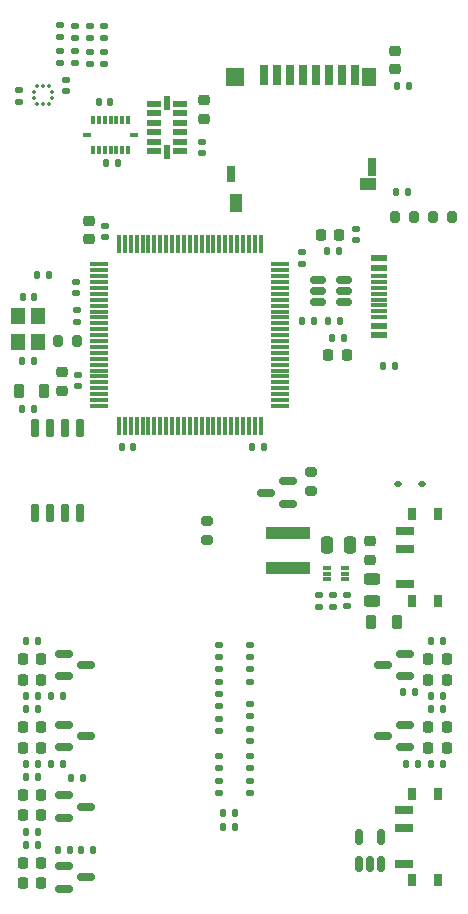
<source format=gtp>
%TF.GenerationSoftware,KiCad,Pcbnew,7.0.2-0*%
%TF.CreationDate,2023-11-28T17:04:35-06:00*%
%TF.ProjectId,Flight Computer,466c6967-6874-4204-936f-6d7075746572,1.1*%
%TF.SameCoordinates,Original*%
%TF.FileFunction,Paste,Top*%
%TF.FilePolarity,Positive*%
%FSLAX46Y46*%
G04 Gerber Fmt 4.6, Leading zero omitted, Abs format (unit mm)*
G04 Created by KiCad (PCBNEW 7.0.2-0) date 2023-11-28 17:04:35*
%MOMM*%
%LPD*%
G01*
G04 APERTURE LIST*
G04 Aperture macros list*
%AMRoundRect*
0 Rectangle with rounded corners*
0 $1 Rounding radius*
0 $2 $3 $4 $5 $6 $7 $8 $9 X,Y pos of 4 corners*
0 Add a 4 corners polygon primitive as box body*
4,1,4,$2,$3,$4,$5,$6,$7,$8,$9,$2,$3,0*
0 Add four circle primitives for the rounded corners*
1,1,$1+$1,$2,$3*
1,1,$1+$1,$4,$5*
1,1,$1+$1,$6,$7*
1,1,$1+$1,$8,$9*
0 Add four rect primitives between the rounded corners*
20,1,$1+$1,$2,$3,$4,$5,0*
20,1,$1+$1,$4,$5,$6,$7,0*
20,1,$1+$1,$6,$7,$8,$9,0*
20,1,$1+$1,$8,$9,$2,$3,0*%
G04 Aperture macros list end*
%ADD10R,1.450000X0.600000*%
%ADD11R,1.450000X0.300000*%
%ADD12RoundRect,0.218750X-0.218750X-0.256250X0.218750X-0.256250X0.218750X0.256250X-0.218750X0.256250X0*%
%ADD13RoundRect,0.135000X-0.135000X-0.185000X0.135000X-0.185000X0.135000X0.185000X-0.135000X0.185000X0*%
%ADD14RoundRect,0.150000X-0.587500X-0.150000X0.587500X-0.150000X0.587500X0.150000X-0.587500X0.150000X0*%
%ADD15RoundRect,0.200000X-0.275000X0.200000X-0.275000X-0.200000X0.275000X-0.200000X0.275000X0.200000X0*%
%ADD16RoundRect,0.135000X-0.185000X0.135000X-0.185000X-0.135000X0.185000X-0.135000X0.185000X0.135000X0*%
%ADD17RoundRect,0.150000X0.587500X0.150000X-0.587500X0.150000X-0.587500X-0.150000X0.587500X-0.150000X0*%
%ADD18RoundRect,0.218750X0.218750X0.256250X-0.218750X0.256250X-0.218750X-0.256250X0.218750X-0.256250X0*%
%ADD19RoundRect,0.225000X0.250000X-0.225000X0.250000X0.225000X-0.250000X0.225000X-0.250000X-0.225000X0*%
%ADD20RoundRect,0.135000X0.185000X-0.135000X0.185000X0.135000X-0.185000X0.135000X-0.185000X-0.135000X0*%
%ADD21RoundRect,0.200000X0.200000X0.275000X-0.200000X0.275000X-0.200000X-0.275000X0.200000X-0.275000X0*%
%ADD22RoundRect,0.140000X0.140000X0.170000X-0.140000X0.170000X-0.140000X-0.170000X0.140000X-0.170000X0*%
%ADD23RoundRect,0.243750X0.456250X-0.243750X0.456250X0.243750X-0.456250X0.243750X-0.456250X-0.243750X0*%
%ADD24RoundRect,0.225000X-0.250000X0.225000X-0.250000X-0.225000X0.250000X-0.225000X0.250000X0.225000X0*%
%ADD25RoundRect,0.140000X-0.140000X-0.170000X0.140000X-0.170000X0.140000X0.170000X-0.140000X0.170000X0*%
%ADD26R,0.800000X1.000000*%
%ADD27R,1.500000X0.700000*%
%ADD28RoundRect,0.140000X0.170000X-0.140000X0.170000X0.140000X-0.170000X0.140000X-0.170000X-0.140000X0*%
%ADD29RoundRect,0.218750X0.218750X0.381250X-0.218750X0.381250X-0.218750X-0.381250X0.218750X-0.381250X0*%
%ADD30RoundRect,0.140000X-0.170000X0.140000X-0.170000X-0.140000X0.170000X-0.140000X0.170000X0.140000X0*%
%ADD31RoundRect,0.135000X0.135000X0.185000X-0.135000X0.185000X-0.135000X-0.185000X0.135000X-0.185000X0*%
%ADD32R,3.700000X1.100000*%
%ADD33RoundRect,0.112500X-0.187500X-0.112500X0.187500X-0.112500X0.187500X0.112500X-0.187500X0.112500X0*%
%ADD34RoundRect,0.075000X-0.725000X-0.075000X0.725000X-0.075000X0.725000X0.075000X-0.725000X0.075000X0*%
%ADD35RoundRect,0.075000X-0.075000X-0.725000X0.075000X-0.725000X0.075000X0.725000X-0.075000X0.725000X0*%
%ADD36RoundRect,0.150000X0.150000X-0.512500X0.150000X0.512500X-0.150000X0.512500X-0.150000X-0.512500X0*%
%ADD37RoundRect,0.150000X0.512500X0.150000X-0.512500X0.150000X-0.512500X-0.150000X0.512500X-0.150000X0*%
%ADD38R,0.700000X1.750000*%
%ADD39R,1.450000X1.000000*%
%ADD40R,1.000000X1.550000*%
%ADD41R,0.800000X1.500000*%
%ADD42R,1.300000X1.500000*%
%ADD43R,1.500000X1.500000*%
%ADD44R,0.800000X1.400000*%
%ADD45RoundRect,0.200000X0.275000X-0.200000X0.275000X0.200000X-0.275000X0.200000X-0.275000X-0.200000X0*%
%ADD46RoundRect,0.200000X-0.200000X-0.275000X0.200000X-0.275000X0.200000X0.275000X-0.200000X0.275000X0*%
%ADD47R,1.200000X1.400000*%
%ADD48RoundRect,0.012500X0.112500X-0.325000X0.112500X0.325000X-0.112500X0.325000X-0.112500X-0.325000X0*%
%ADD49RoundRect,0.012500X0.325000X-0.112500X0.325000X0.112500X-0.325000X0.112500X-0.325000X-0.112500X0*%
%ADD50RoundRect,0.250000X-0.250000X-0.475000X0.250000X-0.475000X0.250000X0.475000X-0.250000X0.475000X0*%
%ADD51RoundRect,0.012500X0.125000X-0.112500X0.125000X0.112500X-0.125000X0.112500X-0.125000X-0.112500X0*%
%ADD52RoundRect,0.012500X0.112500X-0.125000X0.112500X0.125000X-0.112500X0.125000X-0.112500X-0.125000X0*%
%ADD53RoundRect,0.027500X0.545000X0.247500X-0.545000X0.247500X-0.545000X-0.247500X0.545000X-0.247500X0*%
%ADD54RoundRect,0.027500X0.247500X0.545000X-0.247500X0.545000X-0.247500X-0.545000X0.247500X-0.545000X0*%
%ADD55RoundRect,0.150000X0.150000X-0.650000X0.150000X0.650000X-0.150000X0.650000X-0.150000X-0.650000X0*%
%ADD56R,0.700000X0.340000*%
G04 APERTURE END LIST*
D10*
%TO.C,J7*%
X115720000Y-45572500D03*
X115720000Y-44772500D03*
D11*
X115720000Y-43572500D03*
X115720000Y-42572500D03*
X115720000Y-42072500D03*
X115720000Y-41072500D03*
D10*
X115720000Y-39872500D03*
X115720000Y-39072500D03*
X115720000Y-39072500D03*
X115720000Y-39872500D03*
D11*
X115720000Y-40572500D03*
X115720000Y-41572500D03*
X115720000Y-43072500D03*
X115720000Y-44072500D03*
D10*
X115720000Y-44772500D03*
X115720000Y-45572500D03*
%TD*%
D12*
%TO.C,D12*%
X85552500Y-73000000D03*
X87127500Y-73000000D03*
%TD*%
D13*
%TO.C,R3*%
X86750000Y-40490000D03*
X87770000Y-40490000D03*
%TD*%
D12*
%TO.C,D8*%
X85552500Y-80500000D03*
X87127500Y-80500000D03*
%TD*%
D14*
%TO.C,Q2*%
X89062500Y-90550000D03*
X89062500Y-92450000D03*
X90937500Y-91500000D03*
%TD*%
D15*
%TO.C,R18*%
X109950000Y-57135000D03*
X109950000Y-58785000D03*
%TD*%
D16*
%TO.C,R14*%
X104800000Y-78890000D03*
X104800000Y-79910000D03*
%TD*%
D17*
%TO.C,Q1*%
X108037500Y-59860000D03*
X108037500Y-57960000D03*
X106162500Y-58910000D03*
%TD*%
D12*
%TO.C,D9*%
X85552500Y-90250000D03*
X87127500Y-90250000D03*
%TD*%
D18*
%TO.C,D2*%
X112347500Y-37080000D03*
X110772500Y-37080000D03*
%TD*%
D16*
%TO.C,R13*%
X104800000Y-76790000D03*
X104800000Y-77810000D03*
%TD*%
D19*
%TO.C,C26*%
X114940000Y-64595000D03*
X114940000Y-63045000D03*
%TD*%
D20*
%TO.C,R9*%
X102200000Y-79110000D03*
X102200000Y-78090000D03*
%TD*%
D13*
%TO.C,R19*%
X116090000Y-48182500D03*
X117110000Y-48182500D03*
%TD*%
D12*
%TO.C,D10*%
X85552500Y-84500000D03*
X87127500Y-84500000D03*
%TD*%
D21*
%TO.C,R2*%
X90175000Y-46107500D03*
X88525000Y-46107500D03*
%TD*%
D13*
%TO.C,R59*%
X120150000Y-71500000D03*
X121170000Y-71500000D03*
%TD*%
D22*
%TO.C,C10*%
X86480000Y-47782500D03*
X85520000Y-47782500D03*
%TD*%
D23*
%TO.C,F2*%
X115090000Y-68077500D03*
X115090000Y-66202500D03*
%TD*%
D24*
%TO.C,C1*%
X100910000Y-25715000D03*
X100910000Y-27265000D03*
%TD*%
D25*
%TO.C,C8*%
X92020000Y-25870000D03*
X92980000Y-25870000D03*
%TD*%
D22*
%TO.C,C15*%
X94930000Y-55070000D03*
X93970000Y-55070000D03*
%TD*%
D13*
%TO.C,R47*%
X85830000Y-88750000D03*
X86850000Y-88750000D03*
%TD*%
D16*
%TO.C,R15*%
X102200000Y-71790000D03*
X102200000Y-72810000D03*
%TD*%
D20*
%TO.C,R35*%
X104800000Y-82210000D03*
X104800000Y-81190000D03*
%TD*%
%TO.C,R1*%
X111810000Y-68570000D03*
X111810000Y-67550000D03*
%TD*%
D26*
%TO.C,SW1*%
X118530000Y-68050000D03*
X120740000Y-68050000D03*
X118530000Y-60750000D03*
X120740000Y-60750000D03*
D27*
X117880000Y-66650000D03*
X117880000Y-63650000D03*
X117880000Y-62150000D03*
%TD*%
D18*
%TO.C,D4*%
X121447500Y-74750000D03*
X119872500Y-74750000D03*
%TD*%
D21*
%TO.C,R21*%
X118700000Y-35570000D03*
X117050000Y-35570000D03*
%TD*%
D20*
%TO.C,R53*%
X91250000Y-20390000D03*
X91250000Y-19370000D03*
%TD*%
D28*
%TO.C,C25*%
X113800000Y-37560000D03*
X113800000Y-36600000D03*
%TD*%
D29*
%TO.C,FB1*%
X87362500Y-50332500D03*
X85237500Y-50332500D03*
%TD*%
D28*
%TO.C,C16*%
X90200000Y-49887500D03*
X90200000Y-48927500D03*
%TD*%
D13*
%TO.C,R37*%
X120150000Y-76150000D03*
X121170000Y-76150000D03*
%TD*%
D30*
%TO.C,C3*%
X89230000Y-23990000D03*
X89230000Y-24950000D03*
%TD*%
D31*
%TO.C,R46*%
X110180000Y-44350000D03*
X109160000Y-44350000D03*
%TD*%
D16*
%TO.C,R5*%
X110610000Y-67550000D03*
X110610000Y-68570000D03*
%TD*%
D31*
%TO.C,R17*%
X112720000Y-45850000D03*
X111700000Y-45850000D03*
%TD*%
D32*
%TO.C,L3*%
X108050000Y-65340000D03*
X108050000Y-62340000D03*
%TD*%
D13*
%TO.C,R58*%
X85830000Y-71500000D03*
X86850000Y-71500000D03*
%TD*%
D33*
%TO.C,D15*%
X117300000Y-58150000D03*
X119400000Y-58150000D03*
%TD*%
D18*
%TO.C,D13*%
X121447500Y-73000000D03*
X119872500Y-73000000D03*
%TD*%
D34*
%TO.C,U1*%
X92025000Y-39582500D03*
X92025000Y-40082500D03*
X92025000Y-40582500D03*
X92025000Y-41082500D03*
X92025000Y-41582500D03*
X92025000Y-42082500D03*
X92025000Y-42582500D03*
X92025000Y-43082500D03*
X92025000Y-43582500D03*
X92025000Y-44082500D03*
X92025000Y-44582500D03*
X92025000Y-45082500D03*
X92025000Y-45582500D03*
X92025000Y-46082500D03*
X92025000Y-46582500D03*
X92025000Y-47082500D03*
X92025000Y-47582500D03*
X92025000Y-48082500D03*
X92025000Y-48582500D03*
X92025000Y-49082500D03*
X92025000Y-49582500D03*
X92025000Y-50082500D03*
X92025000Y-50582500D03*
X92025000Y-51082500D03*
X92025000Y-51582500D03*
D35*
X93700000Y-53257500D03*
X94200000Y-53257500D03*
X94700000Y-53257500D03*
X95200000Y-53257500D03*
X95700000Y-53257500D03*
X96200000Y-53257500D03*
X96700000Y-53257500D03*
X97200000Y-53257500D03*
X97700000Y-53257500D03*
X98200000Y-53257500D03*
X98700000Y-53257500D03*
X99200000Y-53257500D03*
X99700000Y-53257500D03*
X100200000Y-53257500D03*
X100700000Y-53257500D03*
X101200000Y-53257500D03*
X101700000Y-53257500D03*
X102200000Y-53257500D03*
X102700000Y-53257500D03*
X103200000Y-53257500D03*
X103700000Y-53257500D03*
X104200000Y-53257500D03*
X104700000Y-53257500D03*
X105200000Y-53257500D03*
X105700000Y-53257500D03*
D34*
X107375000Y-51582500D03*
X107375000Y-51082500D03*
X107375000Y-50582500D03*
X107375000Y-50082500D03*
X107375000Y-49582500D03*
X107375000Y-49082500D03*
X107375000Y-48582500D03*
X107375000Y-48082500D03*
X107375000Y-47582500D03*
X107375000Y-47082500D03*
X107375000Y-46582500D03*
X107375000Y-46082500D03*
X107375000Y-45582500D03*
X107375000Y-45082500D03*
X107375000Y-44582500D03*
X107375000Y-44082500D03*
X107375000Y-43582500D03*
X107375000Y-43082500D03*
X107375000Y-42582500D03*
X107375000Y-42082500D03*
X107375000Y-41582500D03*
X107375000Y-41082500D03*
X107375000Y-40582500D03*
X107375000Y-40082500D03*
X107375000Y-39582500D03*
D35*
X105700000Y-37907500D03*
X105200000Y-37907500D03*
X104700000Y-37907500D03*
X104200000Y-37907500D03*
X103700000Y-37907500D03*
X103200000Y-37907500D03*
X102700000Y-37907500D03*
X102200000Y-37907500D03*
X101700000Y-37907500D03*
X101200000Y-37907500D03*
X100700000Y-37907500D03*
X100200000Y-37907500D03*
X99700000Y-37907500D03*
X99200000Y-37907500D03*
X98700000Y-37907500D03*
X98200000Y-37907500D03*
X97700000Y-37907500D03*
X97200000Y-37907500D03*
X96700000Y-37907500D03*
X96200000Y-37907500D03*
X95700000Y-37907500D03*
X95200000Y-37907500D03*
X94700000Y-37907500D03*
X94200000Y-37907500D03*
X93700000Y-37907500D03*
%TD*%
D18*
%TO.C,D5*%
X121447500Y-80500000D03*
X119872500Y-80500000D03*
%TD*%
D19*
%TO.C,C7*%
X91200000Y-37445000D03*
X91200000Y-35895000D03*
%TD*%
D31*
%TO.C,R39*%
X86850000Y-76150000D03*
X85830000Y-76150000D03*
%TD*%
D22*
%TO.C,C29*%
X86480000Y-51820000D03*
X85520000Y-51820000D03*
%TD*%
D31*
%TO.C,R27*%
X118160000Y-33432500D03*
X117140000Y-33432500D03*
%TD*%
D13*
%TO.C,R38*%
X120150000Y-81900000D03*
X121170000Y-81900000D03*
%TD*%
%TO.C,R33*%
X87920000Y-81900000D03*
X88940000Y-81900000D03*
%TD*%
D31*
%TO.C,R40*%
X86850000Y-87650000D03*
X85830000Y-87650000D03*
%TD*%
%TO.C,R30*%
X118730000Y-75790000D03*
X117710000Y-75790000D03*
%TD*%
D16*
%TO.C,R12*%
X104800000Y-73890000D03*
X104800000Y-74910000D03*
%TD*%
D30*
%TO.C,C12*%
X109160000Y-38560000D03*
X109160000Y-39520000D03*
%TD*%
D29*
%TO.C,FB3*%
X117202500Y-69900000D03*
X115077500Y-69900000D03*
%TD*%
D36*
%TO.C,U8*%
X114020000Y-90337500D03*
X114970000Y-90337500D03*
X115920000Y-90337500D03*
X115920000Y-88062500D03*
X114020000Y-88062500D03*
%TD*%
D20*
%TO.C,R48*%
X92460000Y-22590000D03*
X92460000Y-21570000D03*
%TD*%
%TO.C,R8*%
X102200000Y-82210000D03*
X102200000Y-81190000D03*
%TD*%
D18*
%TO.C,D14*%
X121447500Y-78750000D03*
X119872500Y-78750000D03*
%TD*%
D12*
%TO.C,D11*%
X85552500Y-78750000D03*
X87127500Y-78750000D03*
%TD*%
D17*
%TO.C,Q7*%
X117937500Y-80450000D03*
X117937500Y-78550000D03*
X116062500Y-79500000D03*
%TD*%
D28*
%TO.C,C9*%
X90100000Y-42012500D03*
X90100000Y-41052500D03*
%TD*%
D12*
%TO.C,D3*%
X85552500Y-92000000D03*
X87127500Y-92000000D03*
%TD*%
D28*
%TO.C,C4*%
X85200000Y-25820000D03*
X85200000Y-24860000D03*
%TD*%
D20*
%TO.C,R49*%
X92460000Y-20390000D03*
X92460000Y-19370000D03*
%TD*%
D19*
%TO.C,C24*%
X88850000Y-50282500D03*
X88850000Y-48732500D03*
%TD*%
D16*
%TO.C,R16*%
X102200000Y-73890000D03*
X102200000Y-74910000D03*
%TD*%
D37*
%TO.C,U2*%
X112787500Y-42782500D03*
X112787500Y-41832500D03*
X112787500Y-40882500D03*
X110512500Y-40882500D03*
X110512500Y-41832500D03*
X110512500Y-42782500D03*
%TD*%
D38*
%TO.C,J10*%
X105995000Y-23582500D03*
X107095000Y-23582500D03*
X108195000Y-23582500D03*
X109295000Y-23582500D03*
X110395000Y-23582500D03*
X111495000Y-23582500D03*
X112595000Y-23582500D03*
X113695000Y-23582500D03*
D39*
X114820000Y-32807500D03*
D40*
X103595000Y-34382500D03*
D41*
X115145000Y-31307500D03*
D42*
X114895000Y-23707500D03*
D43*
X103545000Y-23707500D03*
D44*
X103195000Y-31957500D03*
%TD*%
D45*
%TO.C,R28*%
X101150000Y-62945000D03*
X101150000Y-61295000D03*
%TD*%
D46*
%TO.C,R20*%
X120275000Y-35570000D03*
X121925000Y-35570000D03*
%TD*%
D13*
%TO.C,R4*%
X102490000Y-87200000D03*
X103510000Y-87200000D03*
%TD*%
D47*
%TO.C,Y1*%
X85175000Y-43982500D03*
X85175000Y-46182500D03*
X86875000Y-46182500D03*
X86875000Y-43982500D03*
%TD*%
D31*
%TO.C,R31*%
X119050000Y-81910000D03*
X118030000Y-81910000D03*
%TD*%
%TO.C,R36*%
X89530000Y-89160000D03*
X88510000Y-89160000D03*
%TD*%
D20*
%TO.C,R52*%
X91250000Y-22590000D03*
X91250000Y-21570000D03*
%TD*%
D31*
%TO.C,R41*%
X86850000Y-81900000D03*
X85830000Y-81900000D03*
%TD*%
D17*
%TO.C,Q6*%
X117937500Y-74450000D03*
X117937500Y-72550000D03*
X116062500Y-73500000D03*
%TD*%
D13*
%TO.C,R56*%
X85830000Y-83000000D03*
X86850000Y-83000000D03*
%TD*%
%TO.C,R57*%
X85830000Y-77250000D03*
X86850000Y-77250000D03*
%TD*%
D31*
%TO.C,R45*%
X112390000Y-44350000D03*
X111370000Y-44350000D03*
%TD*%
D13*
%TO.C,R32*%
X87930000Y-76150000D03*
X88950000Y-76150000D03*
%TD*%
D20*
%TO.C,R7*%
X102200000Y-84310000D03*
X102200000Y-83290000D03*
%TD*%
%TO.C,R50*%
X88730000Y-22560000D03*
X88730000Y-21540000D03*
%TD*%
%TO.C,R55*%
X89980000Y-20390000D03*
X89980000Y-19370000D03*
%TD*%
D48*
%TO.C,U4*%
X91490000Y-27380000D03*
X91990000Y-27380000D03*
X92490000Y-27380000D03*
X92990000Y-27380000D03*
X93490000Y-27380000D03*
X93990000Y-27380000D03*
X94490000Y-27380000D03*
D49*
X95002500Y-28642500D03*
D48*
X94490000Y-29905000D03*
X93990000Y-29905000D03*
X93490000Y-29905000D03*
X92990000Y-29905000D03*
X92490000Y-29905000D03*
X91990000Y-29905000D03*
X91490000Y-29905000D03*
D49*
X90977500Y-28642500D03*
%TD*%
D20*
%TO.C,R10*%
X102200000Y-77010000D03*
X102200000Y-75990000D03*
%TD*%
D14*
%TO.C,Q5*%
X89062500Y-78550000D03*
X89062500Y-80450000D03*
X90937500Y-79500000D03*
%TD*%
D12*
%TO.C,D6*%
X85552500Y-74750000D03*
X87127500Y-74750000D03*
%TD*%
D26*
%TO.C,SW2*%
X118490000Y-91720000D03*
X120700000Y-91720000D03*
X118490000Y-84420000D03*
X120700000Y-84420000D03*
D27*
X117840000Y-90320000D03*
X117840000Y-87320000D03*
X117840000Y-85820000D03*
%TD*%
D28*
%TO.C,C27*%
X112980000Y-68510000D03*
X112980000Y-67550000D03*
%TD*%
D31*
%TO.C,R6*%
X103510000Y-86080000D03*
X102490000Y-86080000D03*
%TD*%
D13*
%TO.C,R29*%
X89660000Y-83058000D03*
X90680000Y-83058000D03*
%TD*%
D16*
%TO.C,R11*%
X104800000Y-71790000D03*
X104800000Y-72810000D03*
%TD*%
D50*
%TO.C,C30*%
X111330000Y-63360000D03*
X113230000Y-63360000D03*
%TD*%
D51*
%TO.C,U5*%
X86537500Y-25002500D03*
X86537500Y-25502500D03*
D52*
X86800000Y-26015000D03*
X87300000Y-26015000D03*
X87800000Y-26015000D03*
D51*
X88062500Y-25502500D03*
X88062500Y-25002500D03*
D52*
X87800000Y-24490000D03*
X87300000Y-24490000D03*
X86800000Y-24490000D03*
%TD*%
D24*
%TO.C,C28*%
X117070000Y-21495000D03*
X117070000Y-23045000D03*
%TD*%
D20*
%TO.C,R51*%
X88730000Y-20360000D03*
X88730000Y-19340000D03*
%TD*%
D14*
%TO.C,Q3*%
X89062500Y-84550000D03*
X89062500Y-86450000D03*
X90937500Y-85500000D03*
%TD*%
D18*
%TO.C,D1*%
X112987500Y-47270000D03*
X111412500Y-47270000D03*
%TD*%
D22*
%TO.C,C13*%
X105955000Y-55020000D03*
X104995000Y-55020000D03*
%TD*%
D53*
%TO.C,U3*%
X98900000Y-30010000D03*
X98900000Y-29210000D03*
X98900000Y-28410000D03*
X98900000Y-27610000D03*
X98900000Y-26810000D03*
X98900000Y-26010000D03*
D54*
X97802500Y-25912500D03*
D53*
X96705000Y-26010000D03*
X96705000Y-26810000D03*
X96705000Y-27610000D03*
X96705000Y-28410000D03*
X96705000Y-29210000D03*
X96705000Y-30010000D03*
D54*
X97802500Y-30107500D03*
%TD*%
D12*
%TO.C,D7*%
X85552500Y-86250000D03*
X87127500Y-86250000D03*
%TD*%
D55*
%TO.C,U7*%
X86595000Y-60620000D03*
X87865000Y-60620000D03*
X89135000Y-60620000D03*
X90405000Y-60620000D03*
X90405000Y-53420000D03*
X89135000Y-53420000D03*
X87865000Y-53420000D03*
X86595000Y-53420000D03*
%TD*%
D28*
%TO.C,C2*%
X100700000Y-30162500D03*
X100700000Y-29202500D03*
%TD*%
D31*
%TO.C,R26*%
X118290000Y-24480000D03*
X117270000Y-24480000D03*
%TD*%
%TO.C,R24*%
X112300000Y-38475000D03*
X111280000Y-38475000D03*
%TD*%
D25*
%TO.C,C6*%
X85570000Y-42382500D03*
X86530000Y-42382500D03*
%TD*%
D20*
%TO.C,R54*%
X89980000Y-22560000D03*
X89980000Y-21540000D03*
%TD*%
D22*
%TO.C,C5*%
X93580000Y-31020000D03*
X92620000Y-31020000D03*
%TD*%
D13*
%TO.C,R34*%
X90500000Y-89170000D03*
X91520000Y-89170000D03*
%TD*%
D28*
%TO.C,C11*%
X92550000Y-37300000D03*
X92550000Y-36340000D03*
%TD*%
D20*
%TO.C,R25*%
X104800000Y-84310000D03*
X104800000Y-83290000D03*
%TD*%
D13*
%TO.C,R60*%
X120150000Y-77250000D03*
X121170000Y-77250000D03*
%TD*%
D56*
%TO.C,U6*%
X112830000Y-66270000D03*
X112830000Y-65770000D03*
X112830000Y-65270000D03*
X111330000Y-65270000D03*
X111330000Y-65770000D03*
X111330000Y-66270000D03*
%TD*%
D28*
%TO.C,C14*%
X90150000Y-44437500D03*
X90150000Y-43477500D03*
%TD*%
D14*
%TO.C,Q8*%
X89062500Y-72550000D03*
X89062500Y-74450000D03*
X90937500Y-73500000D03*
%TD*%
M02*

</source>
